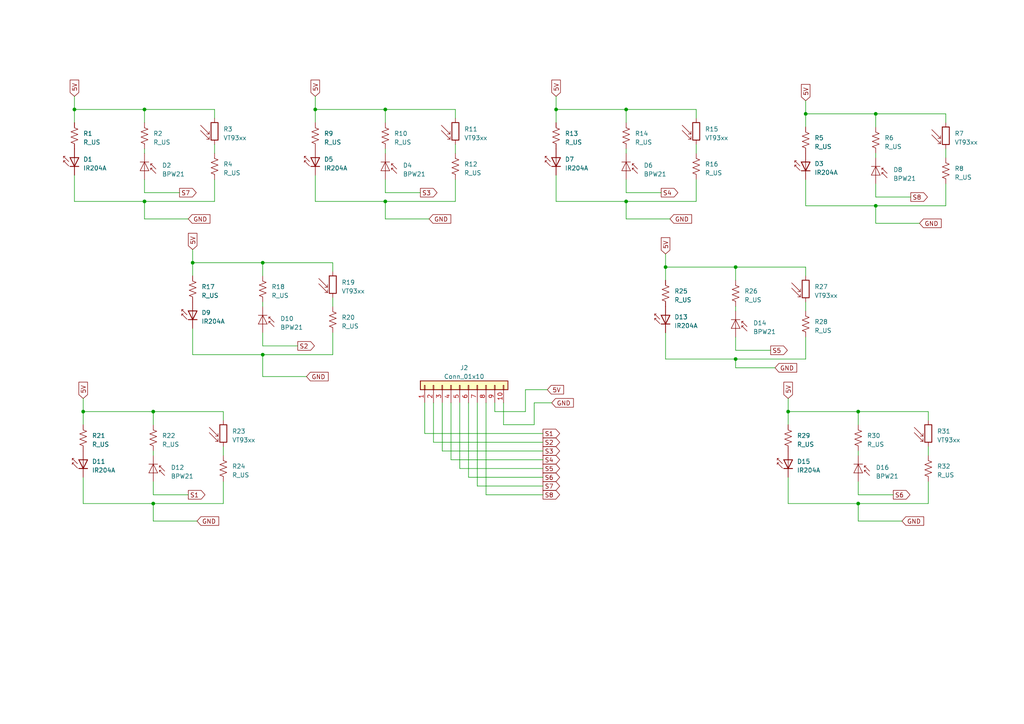
<source format=kicad_sch>
(kicad_sch (version 20230121) (generator eeschema)
  (paper "A4")
  (title_block (title "Projeto de Eletrônica"))
  (lib_symbols
    (symbol "Connector_Generic:Conn_01x10" (pin_names (offset 1.016) hide)
      (property "Reference" "J" (at 0 12.7 0))
      (property "Value" "Conn_01x10" (at 0 -15.24 0))
      (symbol "Conn_01x10_1_1"
        (rectangle (start -1.27 -12.573) (end 0 -12.827) (stroke (width 0.1524)))
        (rectangle (start -1.27 -10.033) (end 0 -10.287) (stroke (width 0.1524)))
        (rectangle (start -1.27 -7.493) (end 0 -7.747) (stroke (width 0.1524)))
        (rectangle (start -1.27 -4.953) (end 0 -5.207) (stroke (width 0.1524)))
        (rectangle (start -1.27 -2.413) (end 0 -2.667) (stroke (width 0.1524)))
        (rectangle (start -1.27 0.127) (end 0 -0.127) (stroke (width 0.1524)))
        (rectangle (start -1.27 2.667) (end 0 2.413) (stroke (width 0.1524)))
        (rectangle (start -1.27 5.207) (end 0 4.953) (stroke (width 0.1524)))
        (rectangle (start -1.27 7.747) (end 0 7.493) (stroke (width 0.1524)))
        (rectangle (start -1.27 10.287) (end 0 10.033) (stroke (width 0.1524)))
        (rectangle (start -1.27 11.43) (end 1.27 -13.97) (stroke (width 0.254)) (fill (type background)))
        (pin passive line (at -5.08 10.16 0) (length 3.81) (name "Pin_1") (number "1"))
        (pin passive line (at -5.08 -12.7 0) (length 3.81) (name "Pin_10") (number "10"))
        (pin passive line (at -5.08 7.62 0) (length 3.81) (name "Pin_2") (number "2"))
        (pin passive line (at -5.08 5.08 0) (length 3.81) (name "Pin_3") (number "3"))
        (pin passive line (at -5.08 2.54 0) (length 3.81) (name "Pin_4") (number "4"))
        (pin passive line (at -5.08 0 0) (length 3.81) (name "Pin_5") (number "5"))
        (pin passive line (at -5.08 -2.54 0) (length 3.81) (name "Pin_6") (number "6"))
        (pin passive line (at -5.08 -5.08 0) (length 3.81) (name "Pin_7") (number "7"))
        (pin passive line (at -5.08 -7.62 0) (length 3.81) (name "Pin_8") (number "8"))
        (pin passive line (at -5.08 -10.16 0) (length 3.81) (name "Pin_9") (number "9"))
      )
    )
    (symbol "Device:R_US" (pin_numbers hide) (pin_names (offset 0))
      (property "Reference" "R" (at 2.54 0 90))
      (property "Value" "R_US" (at -2.54 0 90))
      (symbol "R_US_0_1"
        (polyline (pts (xy 0 -2.286) (xy 0 -2.54)))
        (polyline (pts (xy 0 2.286) (xy 0 2.54)))
        (polyline (pts (xy 0 -0.762) (xy 1.016 -1.143) (xy 0 -1.524) (xy -1.016 -1.905) (xy 0 -2.286)))
        (polyline (pts (xy 0 0.762) (xy 1.016 0.381) (xy 0 0) (xy -1.016 -0.381) (xy 0 -0.762)))
        (polyline (pts (xy 0 2.286) (xy 1.016 1.905) (xy 0 1.524) (xy -1.016 1.143) (xy 0 0.762)))
      )
      (symbol "R_US_1_1"
        (pin passive line (at 0 3.81 270) (length 1.27) (name "~") (number "1"))
        (pin passive line (at 0 -3.81 90) (length 1.27) (name "~") (number "2"))
      )
    )
    (symbol "LED:IR204A" (pin_numbers hide) (pin_names (offset 1.016) hide)
      (property "Reference" "D" (at 0.508 1.778 0))
      (property "Value" "IR204A" (at -1.016 -2.794 0))
      (symbol "IR204A_0_1"
        (polyline (pts (xy -2.54 1.27) (xy -2.54 -1.27)) (stroke (width 0.254)))
        (polyline (pts (xy 0 0) (xy -2.54 0)))
        (polyline (pts (xy 0.381 3.175) (xy -0.127 3.175)))
        (polyline (pts (xy -1.143 1.651) (xy 0.381 3.175) (xy 0.381 2.667)))
        (polyline (pts (xy 0 1.27) (xy -2.54 0) (xy 0 -1.27) (xy 0 1.27)) (stroke (width 0.254)))
        (polyline (pts (xy -2.413 1.651) (xy -0.889 3.175) (xy -0.889 2.667) (xy -0.889 3.175) (xy -1.397 3.175)))
      )
      (symbol "IR204A_1_1"
        (pin passive line (at -5.08 0 0) (length 2.54) (name "K") (number "1"))
        (pin passive line (at 2.54 0 180) (length 2.54) (name "A") (number "2"))
      )
    )
    (symbol "Sensor_Optical:BPW21" (pin_numbers hide) (pin_names hide)
      (property "Reference" "D" (at 0.508 1.778 0))
      (property "Value" "BPW21" (at -1.016 -2.794 0))
      (symbol "BPW21_0_1"
        (polyline (pts (xy -2.54 1.27) (xy -2.54 -1.27)) (stroke (width 0.1524)))
        (polyline (pts (xy -2.032 1.778) (xy -1.524 1.778)))
        (polyline (pts (xy 0 0) (xy -2.54 0)))
        (polyline (pts (xy 0 1.27) (xy 0 -1.27)))
        (polyline (pts (xy -0.508 3.302) (xy -2.032 1.778) (xy -2.032 2.286)))
        (polyline (pts (xy 0 1.27) (xy -2.54 0) (xy 0 -1.27)))
        (polyline (pts (xy 0.762 3.302) (xy -0.762 1.778) (xy -0.762 2.286) (xy -0.762 1.778) (xy -0.254 1.778)))
      )
      (symbol "BPW21_1_1"
        (pin passive line (at 2.54 0 180) (length 2.54) (name "A") (number "1"))
        (pin passive line (at -5.08 0 0) (length 2.54) (name "K") (number "2"))
      )
    )
    (symbol "Sensor_Optical:VT93xx" (pin_numbers hide) (pin_names (offset 0))
      (property "Reference" "R" (at -5.08 0 90))
      (property "Value" "VT93xx" (at 1.905 0 90))
      (symbol "VT93xx_0_1"
        (rectangle (start -1.016 2.54) (end 1.016 -2.54) (stroke (width 0.254)))
        (polyline (pts (xy -1.524 -2.286) (xy -4.064 0.254)))
        (polyline (pts (xy -1.524 -2.286) (xy -2.286 -2.286)))
        (polyline (pts (xy -1.524 -2.286) (xy -1.524 -1.524)))
        (polyline (pts (xy -1.524 -0.762) (xy -4.064 1.778)))
        (polyline (pts (xy -1.524 -0.762) (xy -2.286 -0.762)))
        (polyline (pts (xy -1.524 -0.762) (xy -1.524 0)))
      )
      (symbol "VT93xx_1_1"
        (pin passive line (at 0 3.81 270) (length 1.27) (name "~") (number "1"))
        (pin passive line (at 0 -3.81 90) (length 1.27) (name "~") (number "2"))
      )
    )
  )
  (junction (at 44.45 119.38))
  (junction (at 181.61 31.75))
  (junction (at 254 59.69))
  (junction (at 213.36 77.47))
  (junction (at 254 33.02))
  (junction (at 213.36 104.14))
  (junction (at 233.68 33.02))
  (junction (at 44.45 146.05))
  (junction (at 228.6 119.38))
  (junction (at 21.59 31.75))
  (junction (at 248.92 119.38))
  (junction (at 248.92 146.05))
  (junction (at 41.91 58.42))
  (junction (at 76.2 102.87))
  (junction (at 55.88 76.2))
  (junction (at 181.61 58.42))
  (junction (at 76.2 76.2))
  (junction (at 161.29 31.75))
  (junction (at 111.76 58.42))
  (junction (at 24.13 119.38))
  (junction (at 193.04 77.47))
  (junction (at 111.76 31.75))
  (junction (at 41.91 31.75))
  (junction (at 91.44 31.75))
  (wire (pts (xy 41.91 43.18) (xy 41.91 44.45)))
  (wire (pts (xy 21.59 50.8) (xy 21.59 58.42)))
  (wire (pts (xy 44.45 146.05) (xy 44.45 151.13)))
  (wire (pts (xy 181.61 31.75) (xy 201.93 31.75)))
  (wire (pts (xy 111.76 55.88) (xy 121.92 55.88)))
  (wire (pts (xy 154.94 123.19) (xy 154.94 116.84)))
  (wire (pts (xy 254 33.02) (xy 254 36.83)))
  (wire (pts (xy 24.13 115.57) (xy 24.13 119.38)))
  (wire (pts (xy 62.23 52.07) (xy 62.23 58.42)))
  (wire (pts (xy 269.24 119.38) (xy 269.24 121.92)))
  (wire (pts (xy 181.61 58.42) (xy 181.61 63.5)))
  (wire (pts (xy 213.36 77.47) (xy 233.68 77.47)))
  (wire (pts (xy 128.27 130.81) (xy 157.48 130.81)))
  (wire (pts (xy 193.04 96.52) (xy 193.04 104.14)))
  (wire (pts (xy 181.61 58.42) (xy 201.93 58.42)))
  (wire (pts (xy 274.32 33.02) (xy 274.32 35.56)))
  (wire (pts (xy 41.91 31.75) (xy 62.23 31.75)))
  (wire (pts (xy 41.91 58.42) (xy 41.91 63.5)))
  (wire (pts (xy 233.68 33.02) (xy 254 33.02)))
  (wire (pts (xy 146.05 123.19) (xy 146.05 116.84)))
  (wire (pts (xy 135.89 138.43) (xy 135.89 116.84)))
  (wire (pts (xy 193.04 77.47) (xy 193.04 81.28)))
  (wire (pts (xy 55.88 80.01) (xy 55.88 76.2)))
  (wire (pts (xy 76.2 76.2) (xy 96.52 76.2)))
  (wire (pts (xy 21.59 58.42) (xy 41.91 58.42)))
  (wire (pts (xy 132.08 31.75) (xy 132.08 34.29)))
  (wire (pts (xy 41.91 58.42) (xy 62.23 58.42)))
  (wire (pts (xy 44.45 130.81) (xy 44.45 132.08)))
  (wire (pts (xy 64.77 139.7) (xy 64.77 146.05)))
  (wire (pts (xy 55.88 76.2) (xy 76.2 76.2)))
  (wire (pts (xy 124.46 63.5) (xy 111.76 63.5)))
  (wire (pts (xy 96.52 96.52) (xy 96.52 102.87)))
  (wire (pts (xy 254 57.15) (xy 264.16 57.15)))
  (wire (pts (xy 161.29 35.56) (xy 161.29 31.75)))
  (wire (pts (xy 181.61 31.75) (xy 181.61 35.56)))
  (wire (pts (xy 64.77 129.54) (xy 64.77 132.08)))
  (wire (pts (xy 254 59.69) (xy 274.32 59.69)))
  (wire (pts (xy 201.93 31.75) (xy 201.93 34.29)))
  (wire (pts (xy 161.29 50.8) (xy 161.29 58.42)))
  (wire (pts (xy 76.2 76.2) (xy 76.2 80.01)))
  (wire (pts (xy 228.6 119.38) (xy 248.92 119.38)))
  (wire (pts (xy 96.52 76.2) (xy 96.52 78.74)))
  (wire (pts (xy 21.59 27.94) (xy 21.59 31.75)))
  (wire (pts (xy 181.61 52.07) (xy 181.61 55.88)))
  (wire (pts (xy 140.97 143.51) (xy 140.97 116.84)))
  (wire (pts (xy 213.36 104.14) (xy 213.36 106.68)))
  (wire (pts (xy 76.2 87.63) (xy 76.2 88.9)))
  (wire (pts (xy 228.6 115.57) (xy 228.6 119.38)))
  (wire (pts (xy 228.6 119.38) (xy 228.6 123.19)))
  (wire (pts (xy 194.31 63.5) (xy 181.61 63.5)))
  (wire (pts (xy 138.43 140.97) (xy 157.48 140.97)))
  (wire (pts (xy 133.35 135.89) (xy 133.35 116.84)))
  (wire (pts (xy 254 44.45) (xy 254 45.72)))
  (wire (pts (xy 213.36 101.6) (xy 213.36 97.79)))
  (wire (pts (xy 154.94 123.19) (xy 146.05 123.19)))
  (wire (pts (xy 181.61 55.88) (xy 191.77 55.88)))
  (wire (pts (xy 213.36 88.9) (xy 213.36 90.17)))
  (wire (pts (xy 125.73 116.84) (xy 125.73 128.27)))
  (wire (pts (xy 111.76 55.88) (xy 111.76 52.07)))
  (wire (pts (xy 54.61 63.5) (xy 41.91 63.5)))
  (wire (pts (xy 76.2 96.52) (xy 76.2 100.33)))
  (wire (pts (xy 152.4 113.03) (xy 152.4 119.38)))
  (wire (pts (xy 213.36 101.6) (xy 223.52 101.6)))
  (wire (pts (xy 76.2 102.87) (xy 96.52 102.87)))
  (wire (pts (xy 24.13 138.43) (xy 24.13 146.05)))
  (wire (pts (xy 201.93 41.91) (xy 201.93 44.45)))
  (wire (pts (xy 135.89 138.43) (xy 157.48 138.43)))
  (wire (pts (xy 111.76 31.75) (xy 111.76 35.56)))
  (wire (pts (xy 132.08 41.91) (xy 132.08 44.45)))
  (wire (pts (xy 233.68 59.69) (xy 254 59.69)))
  (wire (pts (xy 152.4 119.38) (xy 143.51 119.38)))
  (wire (pts (xy 91.44 27.94) (xy 91.44 31.75)))
  (wire (pts (xy 111.76 43.18) (xy 111.76 44.45)))
  (wire (pts (xy 21.59 35.56) (xy 21.59 31.75)))
  (wire (pts (xy 111.76 58.42) (xy 111.76 63.5)))
  (wire (pts (xy 130.81 133.35) (xy 130.81 116.84)))
  (wire (pts (xy 111.76 58.42) (xy 132.08 58.42)))
  (wire (pts (xy 24.13 123.19) (xy 24.13 119.38)))
  (wire (pts (xy 91.44 35.56) (xy 91.44 31.75)))
  (wire (pts (xy 228.6 146.05) (xy 248.92 146.05)))
  (wire (pts (xy 248.92 146.05) (xy 248.92 151.13)))
  (wire (pts (xy 193.04 77.47) (xy 213.36 77.47)))
  (wire (pts (xy 248.92 146.05) (xy 269.24 146.05)))
  (wire (pts (xy 233.68 77.47) (xy 233.68 80.01)))
  (wire (pts (xy 248.92 119.38) (xy 248.92 123.19)))
  (wire (pts (xy 213.36 104.14) (xy 233.68 104.14)))
  (wire (pts (xy 269.24 139.7) (xy 269.24 146.05)))
  (wire (pts (xy 152.4 113.03) (xy 158.75 113.03)))
  (wire (pts (xy 41.91 55.88) (xy 41.91 52.07)))
  (wire (pts (xy 254 64.77) (xy 266.7 64.77)))
  (wire (pts (xy 254 57.15) (xy 254 53.34)))
  (wire (pts (xy 64.77 119.38) (xy 64.77 121.92)))
  (wire (pts (xy 24.13 119.38) (xy 44.45 119.38)))
  (wire (pts (xy 44.45 119.38) (xy 64.77 119.38)))
  (wire (pts (xy 44.45 146.05) (xy 64.77 146.05)))
  (wire (pts (xy 123.19 125.73) (xy 123.19 116.84)))
  (wire (pts (xy 91.44 50.8) (xy 91.44 58.42)))
  (wire (pts (xy 143.51 119.38) (xy 143.51 116.84)))
  (wire (pts (xy 161.29 31.75) (xy 181.61 31.75)))
  (wire (pts (xy 161.29 27.94) (xy 161.29 31.75)))
  (wire (pts (xy 111.76 31.75) (xy 132.08 31.75)))
  (wire (pts (xy 248.92 143.51) (xy 248.92 139.7)))
  (wire (pts (xy 233.68 87.63) (xy 233.68 90.17)))
  (wire (pts (xy 248.92 130.81) (xy 248.92 132.08)))
  (wire (pts (xy 133.35 135.89) (xy 157.48 135.89)))
  (wire (pts (xy 41.91 55.88) (xy 52.07 55.88)))
  (wire (pts (xy 233.68 29.21) (xy 233.68 33.02)))
  (wire (pts (xy 57.15 151.13) (xy 44.45 151.13)))
  (wire (pts (xy 24.13 146.05) (xy 44.45 146.05)))
  (wire (pts (xy 233.68 52.07) (xy 233.68 59.69)))
  (wire (pts (xy 248.92 143.51) (xy 259.08 143.51)))
  (wire (pts (xy 130.81 133.35) (xy 157.48 133.35)))
  (wire (pts (xy 62.23 41.91) (xy 62.23 44.45)))
  (wire (pts (xy 274.32 43.18) (xy 274.32 45.72)))
  (wire (pts (xy 128.27 130.81) (xy 128.27 116.84)))
  (wire (pts (xy 161.29 58.42) (xy 181.61 58.42)))
  (wire (pts (xy 21.59 31.75) (xy 41.91 31.75)))
  (wire (pts (xy 44.45 119.38) (xy 44.45 123.19)))
  (wire (pts (xy 274.32 53.34) (xy 274.32 59.69)))
  (wire (pts (xy 76.2 109.22) (xy 76.2 102.87)))
  (wire (pts (xy 91.44 58.42) (xy 111.76 58.42)))
  (wire (pts (xy 91.44 31.75) (xy 111.76 31.75)))
  (wire (pts (xy 123.19 125.73) (xy 157.48 125.73)))
  (wire (pts (xy 76.2 100.33) (xy 86.36 100.33)))
  (wire (pts (xy 193.04 104.14) (xy 213.36 104.14)))
  (wire (pts (xy 201.93 52.07) (xy 201.93 58.42)))
  (wire (pts (xy 132.08 52.07) (xy 132.08 58.42)))
  (wire (pts (xy 181.61 43.18) (xy 181.61 44.45)))
  (wire (pts (xy 228.6 138.43) (xy 228.6 146.05)))
  (wire (pts (xy 55.88 102.87) (xy 76.2 102.87)))
  (wire (pts (xy 269.24 129.54) (xy 269.24 132.08)))
  (wire (pts (xy 44.45 139.7) (xy 44.45 143.51)))
  (wire (pts (xy 213.36 77.47) (xy 213.36 81.28)))
  (wire (pts (xy 41.91 31.75) (xy 41.91 35.56)))
  (wire (pts (xy 224.79 106.68) (xy 213.36 106.68)))
  (wire (pts (xy 193.04 73.66) (xy 193.04 77.47)))
  (wire (pts (xy 233.68 36.83) (xy 233.68 33.02)))
  (wire (pts (xy 248.92 151.13) (xy 261.62 151.13)))
  (wire (pts (xy 88.9 109.22) (xy 76.2 109.22)))
  (wire (pts (xy 44.45 143.51) (xy 54.61 143.51)))
  (wire (pts (xy 248.92 119.38) (xy 269.24 119.38)))
  (wire (pts (xy 254 33.02) (xy 274.32 33.02)))
  (wire (pts (xy 96.52 86.36) (xy 96.52 88.9)))
  (wire (pts (xy 254 59.69) (xy 254 64.77)))
  (wire (pts (xy 233.68 97.79) (xy 233.68 104.14)))
  (wire (pts (xy 125.73 128.27) (xy 157.48 128.27)))
  (wire (pts (xy 154.94 116.84) (xy 160.02 116.84)))
  (wire (pts (xy 140.97 143.51) (xy 157.48 143.51)))
  (wire (pts (xy 62.23 31.75) (xy 62.23 34.29)))
  (wire (pts (xy 55.88 72.39) (xy 55.88 76.2)))
  (wire (pts (xy 138.43 140.97) (xy 138.43 116.84)))
  (wire (pts (xy 55.88 95.25) (xy 55.88 102.87)))
  (global_label "S3" (shape output) (at 121.92 55.88 0) (property "Intersheetrefs" "${INTERSHEET_REFS}" (effects hide)))
  (global_label "5V" (shape input) (at 161.29 27.94 90) (property "Intersheetrefs" "${INTERSHEET_REFS}" (effects hide)))
  (global_label "5V" (shape input) (at 21.59 27.94 90) (property "Intersheetrefs" "${INTERSHEET_REFS}" (effects hide)))
  (global_label "S5" (shape output) (at 223.52 101.6 0) (property "Intersheetrefs" "${INTERSHEET_REFS}" (effects hide)))
  (global_label "S8" (shape output) (at 157.48 143.51 0) (property "Intersheetrefs" "${INTERSHEET_REFS}" (effects hide)))
  (global_label "GND" (shape input) (at 261.62 151.13 0) (property "Intersheetrefs" "${INTERSHEET_REFS}" (effects hide)))
  (global_label "5V" (shape input) (at 193.04 73.66 90) (property "Intersheetrefs" "${INTERSHEET_REFS}" (effects hide)))
  (global_label "S4" (shape output) (at 157.48 133.35 0) (property "Intersheetrefs" "${INTERSHEET_REFS}" (effects hide)))
  (global_label "GND" (shape input) (at 88.9 109.22 0) (property "Intersheetrefs" "${INTERSHEET_REFS}" (effects hide)))
  (global_label "S2" (shape output) (at 157.48 128.27 0) (property "Intersheetrefs" "${INTERSHEET_REFS}" (effects hide)))
  (global_label "GND" (shape input) (at 194.31 63.5 0) (property "Intersheetrefs" "${INTERSHEET_REFS}" (effects hide)))
  (global_label "5V" (shape input) (at 158.75 113.03 0) (property "Intersheetrefs" "${INTERSHEET_REFS}" (effects hide)))
  (global_label "GND" (shape input) (at 266.7 64.77 0) (property "Intersheetrefs" "${INTERSHEET_REFS}" (effects hide)))
  (global_label "GND" (shape input) (at 124.46 63.5 0) (property "Intersheetrefs" "${INTERSHEET_REFS}" (effects hide)))
  (global_label "GND" (shape input) (at 224.79 106.68 0) (property "Intersheetrefs" "${INTERSHEET_REFS}" (effects hide)))
  (global_label "5V" (shape input) (at 91.44 27.94 90) (property "Intersheetrefs" "${INTERSHEET_REFS}" (effects hide)))
  (global_label "S1" (shape output) (at 54.61 143.51 0) (property "Intersheetrefs" "${INTERSHEET_REFS}" (effects hide)))
  (global_label "GND" (shape input) (at 57.15 151.13 0) (property "Intersheetrefs" "${INTERSHEET_REFS}" (effects hide)))
  (global_label "S6" (shape output) (at 259.08 143.51 0) (property "Intersheetrefs" "${INTERSHEET_REFS}" (effects hide)))
  (global_label "S3" (shape output) (at 157.48 130.81 0) (property "Intersheetrefs" "${INTERSHEET_REFS}" (effects hide)))
  (global_label "S2" (shape output) (at 86.36 100.33 0) (property "Intersheetrefs" "${INTERSHEET_REFS}" (effects hide)))
  (global_label "S1" (shape output) (at 157.48 125.73 0) (property "Intersheetrefs" "${INTERSHEET_REFS}" (effects hide)))
  (global_label "5V" (shape input) (at 55.88 72.39 90) (property "Intersheetrefs" "${INTERSHEET_REFS}" (effects hide)))
  (global_label "5V" (shape input) (at 24.13 115.57 90) (property "Intersheetrefs" "${INTERSHEET_REFS}" (effects hide)))
  (global_label "5V" (shape input) (at 228.6 115.57 90) (property "Intersheetrefs" "${INTERSHEET_REFS}" (effects hide)))
  (global_label "S5" (shape output) (at 157.48 135.89 0) (property "Intersheetrefs" "${INTERSHEET_REFS}" (effects hide)))
  (global_label "GND" (shape input) (at 160.02 116.84 0) (property "Intersheetrefs" "${INTERSHEET_REFS}" (effects hide)))
  (global_label "GND" (shape input) (at 54.61 63.5 0) (property "Intersheetrefs" "${INTERSHEET_REFS}" (effects hide)))
  (global_label "S4" (shape output) (at 191.77 55.88 0) (property "Intersheetrefs" "${INTERSHEET_REFS}" (effects hide)))
  (global_label "S7" (shape output) (at 157.48 140.97 0) (property "Intersheetrefs" "${INTERSHEET_REFS}" (effects hide)))
  (global_label "5V" (shape input) (at 233.68 29.21 90) (property "Intersheetrefs" "${INTERSHEET_REFS}" (effects hide)))
  (global_label "S8" (shape output) (at 264.16 57.15 0) (property "Intersheetrefs" "${INTERSHEET_REFS}" (effects hide)))
  (global_label "S6" (shape output) (at 157.48 138.43 0) (property "Intersheetrefs" "${INTERSHEET_REFS}" (effects hide)))
  (global_label "S7" (shape output) (at 52.07 55.88 0) (property "Intersheetrefs" "${INTERSHEET_REFS}" (effects hide)))
  (symbol (lib_id "Sensor_Optical:VT93xx") (at 233.68 83.82 0) (unit 1)
    (property "Reference" "R27" (at 236.22 83.185 0) (effects (justify left)))
    (property "Value" "VT93xx" (at 236.22 85.725 0) (effects (justify left)))
    (property "Footprint" "OptoDevice:R_LDR_4.9x4.2mm_P2.54mm_Vertical" (effects hide))
    (property "Datasheet" "http://www.produktinfo.conrad.com/datenblaetter/125000-149999/140375-da-01-en-FOTOWIDERSTAND__VT_93_N2__THT_.pdf" (effects hide))
  )
  (symbol (lib_id "LED:IR204A") (at 55.88 90.17 90) (unit 1)
    (property "Reference" "D9" (at 58.42 90.678 90) (effects (justify right)))
    (property "Value" "IR204A" (at 58.42 93.218 90) (effects (justify right)))
    (property "Footprint" "LED_THT:LED_D3.0mm_IRBlack" (effects hide))
    (property "Datasheet" "http://www.everlight.com/file/ProductFile/IR204-A.pdf" (effects hide))
  )
  (symbol (lib_id "Device:R_US") (at 111.76 39.37 0) (unit 1)
    (property "Reference" "R10" (at 114.3 38.735 0) (effects (justify left)))
    (property "Value" "R_US" (at 114.3 41.275 0) (effects (justify left)))
    (property "Footprint" "Resistor_THT:R_Axial_DIN0411_L9.9mm_D3.6mm_P15.24mm_Horizontal" (effects hide))
  )
  (symbol (lib_id "Device:R_US") (at 64.77 135.89 0) (unit 1)
    (property "Reference" "R24" (at 67.31 135.255 0) (effects (justify left)))
    (property "Value" "R_US" (at 67.31 137.795 0) (effects (justify left)))
    (property "Footprint" "Resistor_THT:R_Axial_DIN0411_L9.9mm_D3.6mm_P15.24mm_Horizontal" (effects hide))
  )
  (symbol (lib_id "Sensor_Optical:VT93xx") (at 274.32 39.37 0) (unit 1)
    (property "Reference" "R7" (at 276.86 38.735 0) (effects (justify left)))
    (property "Value" "VT93xx" (at 276.86 41.275 0) (effects (justify left)))
    (property "Footprint" "OptoDevice:R_LDR_4.9x4.2mm_P2.54mm_Vertical" (effects hide))
    (property "Datasheet" "http://www.produktinfo.conrad.com/datenblaetter/125000-149999/140375-da-01-en-FOTOWIDERSTAND__VT_93_N2__THT_.pdf" (effects hide))
  )
  (symbol (lib_id "Sensor_Optical:BPW21") (at 76.2 93.98 270) (unit 1)
    (property "Reference" "D10" (at 81.28 92.4179 90) (effects (justify left)))
    (property "Value" "BPW21" (at 81.28 94.9579 90) (effects (justify left)))
    (property "Footprint" "LED_THT:LED_D3.0mm_IRBlack" (effects hide))
    (property "Datasheet" "http://techwww.in.tu-clausthal.de/site/Dokumentation/Dioden/Fotodioden/BPW21-Fotodiode.pdf" (effects hide))
  )
  (symbol (lib_id "Sensor_Optical:VT93xx") (at 64.77 125.73 0) (unit 1)
    (property "Reference" "R23" (at 67.31 125.095 0) (effects (justify left)))
    (property "Value" "VT93xx" (at 67.31 127.635 0) (effects (justify left)))
    (property "Footprint" "OptoDevice:R_LDR_4.9x4.2mm_P2.54mm_Vertical" (effects hide))
    (property "Datasheet" "http://www.produktinfo.conrad.com/datenblaetter/125000-149999/140375-da-01-en-FOTOWIDERSTAND__VT_93_N2__THT_.pdf" (effects hide))
  )
  (symbol (lib_id "Sensor_Optical:VT93xx") (at 201.93 38.1 0) (unit 1)
    (property "Reference" "R15" (at 204.47 37.465 0) (effects (justify left)))
    (property "Value" "VT93xx" (at 204.47 40.005 0) (effects (justify left)))
    (property "Footprint" "OptoDevice:R_LDR_4.9x4.2mm_P2.54mm_Vertical" (effects hide))
    (property "Datasheet" "http://www.produktinfo.conrad.com/datenblaetter/125000-149999/140375-da-01-en-FOTOWIDERSTAND__VT_93_N2__THT_.pdf" (effects hide))
  )
  (symbol (lib_id "Sensor_Optical:BPW21") (at 181.61 49.53 270) (unit 1)
    (property "Reference" "D6" (at 186.69 47.9679 90) (effects (justify left)))
    (property "Value" "BPW21" (at 186.69 50.5079 90) (effects (justify left)))
    (property "Footprint" "LED_THT:LED_D3.0mm_IRBlack" (effects hide))
    (property "Datasheet" "http://techwww.in.tu-clausthal.de/site/Dokumentation/Dioden/Fotodioden/BPW21-Fotodiode.pdf" (effects hide))
  )
  (symbol (lib_id "LED:IR204A") (at 161.29 45.72 90) (unit 1)
    (property "Reference" "D7" (at 163.83 46.228 90) (effects (justify right)))
    (property "Value" "IR204A" (at 163.83 48.768 90) (effects (justify right)))
    (property "Footprint" "LED_THT:LED_D3.0mm_IRBlack" (effects hide))
    (property "Datasheet" "http://www.everlight.com/file/ProductFile/IR204-A.pdf" (effects hide))
  )
  (symbol (lib_id "Sensor_Optical:BPW21") (at 111.76 49.53 270) (unit 1)
    (property "Reference" "D4" (at 116.84 47.9679 90) (effects (justify left)))
    (property "Value" "BPW21" (at 116.84 50.5079 90) (effects (justify left)))
    (property "Footprint" "LED_THT:LED_D3.0mm_IRBlack" (effects hide))
    (property "Datasheet" "http://techwww.in.tu-clausthal.de/site/Dokumentation/Dioden/Fotodioden/BPW21-Fotodiode.pdf" (effects hide))
  )
  (symbol (lib_id "Device:R_US") (at 181.61 39.37 0) (unit 1)
    (property "Reference" "R14" (at 184.15 38.735 0) (effects (justify left)))
    (property "Value" "R_US" (at 184.15 41.275 0) (effects (justify left)))
    (property "Footprint" "Resistor_THT:R_Axial_DIN0411_L9.9mm_D3.6mm_P15.24mm_Horizontal" (effects hide))
  )
  (symbol (lib_id "Device:R_US") (at 213.36 85.09 0) (unit 1)
    (property "Reference" "R26" (at 215.9 84.455 0) (effects (justify left)))
    (property "Value" "R_US" (at 215.9 86.995 0) (effects (justify left)))
    (property "Footprint" "Resistor_THT:R_Axial_DIN0411_L9.9mm_D3.6mm_P15.24mm_Horizontal" (effects hide))
  )
  (symbol (lib_id "Device:R_US") (at 233.68 93.98 0) (unit 1)
    (property "Reference" "R28" (at 236.22 93.345 0) (effects (justify left)))
    (property "Value" "R_US" (at 236.22 95.885 0) (effects (justify left)))
    (property "Footprint" "Resistor_THT:R_Axial_DIN0411_L9.9mm_D3.6mm_P15.24mm_Horizontal" (effects hide))
  )
  (symbol (lib_id "Sensor_Optical:VT93xx") (at 96.52 82.55 0) (unit 1)
    (property "Reference" "R19" (at 99.06 81.915 0) (effects (justify left)))
    (property "Value" "VT93xx" (at 99.06 84.455 0) (effects (justify left)))
    (property "Footprint" "OptoDevice:R_LDR_4.9x4.2mm_P2.54mm_Vertical" (effects hide))
    (property "Datasheet" "http://www.produktinfo.conrad.com/datenblaetter/125000-149999/140375-da-01-en-FOTOWIDERSTAND__VT_93_N2__THT_.pdf" (effects hide))
  )
  (symbol (lib_id "Device:R_US") (at 161.29 39.37 0) (unit 1)
    (property "Reference" "R13" (at 163.83 38.735 0) (effects (justify left)))
    (property "Value" "R_US" (at 163.83 41.275 0) (effects (justify left)))
    (property "Footprint" "Resistor_THT:R_Axial_DIN0411_L9.9mm_D3.6mm_P15.24mm_Horizontal" (effects hide))
  )
  (symbol (lib_id "Device:R_US") (at 91.44 39.37 0) (unit 1)
    (property "Reference" "R9" (at 93.98 38.735 0) (effects (justify left)))
    (property "Value" "R_US" (at 93.98 41.275 0) (effects (justify left)))
    (property "Footprint" "Resistor_THT:R_Axial_DIN0411_L9.9mm_D3.6mm_P15.24mm_Horizontal" (effects hide))
  )
  (symbol (lib_id "Device:R_US") (at 24.13 127 0) (unit 1)
    (property "Reference" "R21" (at 26.67 126.365 0) (effects (justify left)))
    (property "Value" "R_US" (at 26.67 128.905 0) (effects (justify left)))
    (property "Footprint" "Resistor_THT:R_Axial_DIN0411_L9.9mm_D3.6mm_P15.24mm_Horizontal" (effects hide))
  )
  (symbol (lib_id "Device:R_US") (at 76.2 83.82 0) (unit 1)
    (property "Reference" "R18" (at 78.74 83.185 0) (effects (justify left)))
    (property "Value" "R_US" (at 78.74 85.725 0) (effects (justify left)))
    (property "Footprint" "Resistor_THT:R_Axial_DIN0411_L9.9mm_D3.6mm_P15.24mm_Horizontal" (effects hide))
  )
  (symbol (lib_id "Sensor_Optical:VT93xx") (at 269.24 125.73 0) (unit 1)
    (property "Reference" "R31" (at 271.78 125.095 0) (effects (justify left)))
    (property "Value" "VT93xx" (at 271.78 127.635 0) (effects (justify left)))
    (property "Footprint" "OptoDevice:R_LDR_4.9x4.2mm_P2.54mm_Vertical" (effects hide))
    (property "Datasheet" "http://www.produktinfo.conrad.com/datenblaetter/125000-149999/140375-da-01-en-FOTOWIDERSTAND__VT_93_N2__THT_.pdf" (effects hide))
  )
  (symbol (lib_id "Device:R_US") (at 269.24 135.89 0) (unit 1)
    (property "Reference" "R32" (at 271.78 135.255 0) (effects (justify left)))
    (property "Value" "R_US" (at 271.78 137.795 0) (effects (justify left)))
    (property "Footprint" "Resistor_THT:R_Axial_DIN0411_L9.9mm_D3.6mm_P15.24mm_Horizontal" (effects hide))
  )
  (symbol (lib_id "Device:R_US") (at 228.6 127 0) (unit 1)
    (property "Reference" "R29" (at 231.14 126.365 0) (effects (justify left)))
    (property "Value" "R_US" (at 231.14 128.905 0) (effects (justify left)))
    (property "Footprint" "Resistor_THT:R_Axial_DIN0411_L9.9mm_D3.6mm_P15.24mm_Horizontal" (effects hide))
  )
  (symbol (lib_id "LED:IR204A") (at 91.44 45.72 90) (unit 1)
    (property "Reference" "D5" (at 93.98 46.228 90) (effects (justify right)))
    (property "Value" "IR204A" (at 93.98 48.768 90) (effects (justify right)))
    (property "Footprint" "LED_THT:LED_D3.0mm_IRBlack" (effects hide))
    (property "Datasheet" "http://www.everlight.com/file/ProductFile/IR204-A.pdf" (effects hide))
  )
  (symbol (lib_id "Sensor_Optical:BPW21") (at 254 50.8 270) (unit 1)
    (property "Reference" "D8" (at 259.08 49.2379 90) (effects (justify left)))
    (property "Value" "BPW21" (at 259.08 51.7779 90) (effects (justify left)))
    (property "Footprint" "LED_THT:LED_D3.0mm_IRBlack" (effects hide))
    (property "Datasheet" "http://techwww.in.tu-clausthal.de/site/Dokumentation/Dioden/Fotodioden/BPW21-Fotodiode.pdf" (effects hide))
  )
  (symbol (lib_id "Device:R_US") (at 254 40.64 0) (unit 1)
    (property "Reference" "R6" (at 256.54 40.005 0) (effects (justify left)))
    (property "Value" "R_US" (at 256.54 42.545 0) (effects (justify left)))
    (property "Footprint" "Resistor_THT:R_Axial_DIN0411_L9.9mm_D3.6mm_P15.24mm_Horizontal" (effects hide))
  )
  (symbol (lib_id "Sensor_Optical:VT93xx") (at 132.08 38.1 0) (unit 1)
    (property "Reference" "R11" (at 134.62 37.465 0) (effects (justify left)))
    (property "Value" "VT93xx" (at 134.62 40.005 0) (effects (justify left)))
    (property "Footprint" "OptoDevice:R_LDR_4.9x4.2mm_P2.54mm_Vertical" (effects hide))
    (property "Datasheet" "http://www.produktinfo.conrad.com/datenblaetter/125000-149999/140375-da-01-en-FOTOWIDERSTAND__VT_93_N2__THT_.pdf" (effects hide))
  )
  (symbol (lib_id "Sensor_Optical:BPW21") (at 213.36 95.25 270) (unit 1)
    (property "Reference" "D14" (at 218.44 93.6879 90) (effects (justify left)))
    (property "Value" "BPW21" (at 218.44 96.2279 90) (effects (justify left)))
    (property "Footprint" "LED_THT:LED_D3.0mm_IRBlack" (effects hide))
    (property "Datasheet" "http://techwww.in.tu-clausthal.de/site/Dokumentation/Dioden/Fotodioden/BPW21-Fotodiode.pdf" (effects hide))
  )
  (symbol (lib_id "LED:IR204A") (at 21.59 45.72 90) (unit 1)
    (property "Reference" "D1" (at 24.13 46.228 90) (effects (justify right)))
    (property "Value" "IR204A" (at 24.13 48.768 90) (effects (justify right)))
    (property "Footprint" "LED_THT:LED_D3.0mm_IRBlack" (effects hide))
    (property "Datasheet" "http://www.everlight.com/file/ProductFile/IR204-A.pdf" (effects hide))
  )
  (symbol (lib_id "LED:IR204A") (at 233.68 46.99 90) (unit 1)
    (property "Reference" "D3" (at 236.22 47.498 90) (effects (justify right)))
    (property "Value" "IR204A" (at 236.22 50.038 90) (effects (justify right)))
    (property "Footprint" "LED_THT:LED_D3.0mm_IRBlack" (effects hide))
    (property "Datasheet" "http://www.everlight.com/file/ProductFile/IR204-A.pdf" (effects hide))
  )
  (symbol (lib_id "Device:R_US") (at 248.92 127 0) (unit 1)
    (property "Reference" "R30" (at 251.46 126.365 0) (effects (justify left)))
    (property "Value" "R_US" (at 251.46 128.905 0) (effects (justify left)))
    (property "Footprint" "Resistor_THT:R_Axial_DIN0411_L9.9mm_D3.6mm_P15.24mm_Horizontal" (effects hide))
  )
  (symbol (lib_id "Device:R_US") (at 55.88 83.82 0) (unit 1)
    (property "Reference" "R17" (at 58.42 83.185 0) (effects (justify left)))
    (property "Value" "R_US" (at 58.42 85.725 0) (effects (justify left)))
    (property "Footprint" "Resistor_THT:R_Axial_DIN0411_L9.9mm_D3.6mm_P15.24mm_Horizontal" (effects hide))
  )
  (symbol (lib_id "LED:IR204A") (at 193.04 91.44 90) (unit 1)
    (property "Reference" "D13" (at 195.58 91.948 90) (effects (justify right)))
    (property "Value" "IR204A" (at 195.58 94.488 90) (effects (justify right)))
    (property "Footprint" "LED_THT:LED_D3.0mm_IRBlack" (effects hide))
    (property "Datasheet" "http://www.everlight.com/file/ProductFile/IR204-A.pdf" (effects hide))
  )
  (symbol (lib_id "Sensor_Optical:BPW21") (at 248.92 137.16 270) (unit 1)
    (property "Reference" "D16" (at 254 135.5979 90) (effects (justify left)))
    (property "Value" "BPW21" (at 254 138.1379 90) (effects (justify left)))
    (property "Footprint" "LED_THT:LED_D3.0mm_IRBlack" (effects hide))
    (property "Datasheet" "http://techwww.in.tu-clausthal.de/site/Dokumentation/Dioden/Fotodioden/BPW21-Fotodiode.pdf" (effects hide))
  )
  (symbol (lib_id "Device:R_US") (at 62.23 48.26 0) (unit 1)
    (property "Reference" "R4" (at 64.77 47.625 0) (effects (justify left)))
    (property "Value" "R_US" (at 64.77 50.165 0) (effects (justify left)))
    (property "Footprint" "Resistor_THT:R_Axial_DIN0411_L9.9mm_D3.6mm_P15.24mm_Horizontal" (effects hide))
  )
  (symbol (lib_id "Device:R_US") (at 193.04 85.09 0) (unit 1)
    (property "Reference" "R25" (at 195.58 84.455 0) (effects (justify left)))
    (property "Value" "R_US" (at 195.58 86.995 0) (effects (justify left)))
    (property "Footprint" "Resistor_THT:R_Axial_DIN0411_L9.9mm_D3.6mm_P15.24mm_Horizontal" (effects hide))
  )
  (symbol (lib_id "Connector_Generic:Conn_01x10") (at 133.35 111.76 90) (unit 1)
    (property "Reference" "J2" (at 134.62 106.68 90))
    (property "Value" "Conn_01x10" (at 134.62 109.22 90))
    (property "Footprint" "Connector_PinHeader_2.54mm:PinHeader_1x10_P2.54mm_Horizontal" (effects hide))
  )
  (symbol (lib_id "Device:R_US") (at 132.08 48.26 0) (unit 1)
    (property "Reference" "R12" (at 134.62 47.625 0) (effects (justify left)))
    (property "Value" "R_US" (at 134.62 50.165 0) (effects (justify left)))
    (property "Footprint" "Resistor_THT:R_Axial_DIN0411_L9.9mm_D3.6mm_P15.24mm_Horizontal" (effects hide))
  )
  (symbol (lib_id "Device:R_US") (at 201.93 48.26 0) (unit 1)
    (property "Reference" "R16" (at 204.47 47.625 0) (effects (justify left)))
    (property "Value" "R_US" (at 204.47 50.165 0) (effects (justify left)))
    (property "Footprint" "Resistor_THT:R_Axial_DIN0411_L9.9mm_D3.6mm_P15.24mm_Horizontal" (effects hide))
  )
  (symbol (lib_id "Device:R_US") (at 96.52 92.71 0) (unit 1)
    (property "Reference" "R20" (at 99.06 92.075 0) (effects (justify left)))
    (property "Value" "R_US" (at 99.06 94.615 0) (effects (justify left)))
    (property "Footprint" "Resistor_THT:R_Axial_DIN0411_L9.9mm_D3.6mm_P15.24mm_Horizontal" (effects hide))
  )
  (symbol (lib_id "LED:IR204A") (at 24.13 133.35 90) (unit 1)
    (property "Reference" "D11" (at 26.67 133.858 90) (effects (justify right)))
    (property "Value" "IR204A" (at 26.67 136.398 90) (effects (justify right)))
    (property "Footprint" "LED_THT:LED_D3.0mm_IRBlack" (effects hide))
    (property "Datasheet" "http://www.everlight.com/file/ProductFile/IR204-A.pdf" (effects hide))
  )
  (symbol (lib_id "Device:R_US") (at 21.59 39.37 0) (unit 1)
    (property "Reference" "R1" (at 24.13 38.735 0) (effects (justify left)))
    (property "Value" "R_US" (at 24.13 41.275 0) (effects (justify left)))
    (property "Footprint" "Resistor_THT:R_Axial_DIN0411_L9.9mm_D3.6mm_P15.24mm_Horizontal" (effects hide))
  )
  (symbol (lib_id "Device:R_US") (at 41.91 39.37 0) (unit 1)
    (property "Reference" "R2" (at 44.45 38.735 0) (effects (justify left)))
    (property "Value" "R_US" (at 44.45 41.275 0) (effects (justify left)))
    (property "Footprint" "Resistor_THT:R_Axial_DIN0411_L9.9mm_D3.6mm_P15.24mm_Horizontal" (effects hide))
  )
  (symbol (lib_id "Device:R_US") (at 233.68 40.64 0) (unit 1)
    (property "Reference" "R5" (at 236.22 40.005 0) (effects (justify left)))
    (property "Value" "R_US" (at 236.22 42.545 0) (effects (justify left)))
    (property "Footprint" "Resistor_THT:R_Axial_DIN0411_L9.9mm_D3.6mm_P15.24mm_Horizontal" (effects hide))
  )
  (symbol (lib_id "Sensor_Optical:BPW21") (at 41.91 49.53 270) (unit 1)
    (property "Reference" "D2" (at 46.99 47.9679 90) (effects (justify left)))
    (property "Value" "BPW21" (at 46.99 50.5079 90) (effects (justify left)))
    (property "Footprint" "LED_THT:LED_D3.0mm_IRBlack" (effects hide))
    (property "Datasheet" "http://techwww.in.tu-clausthal.de/site/Dokumentation/Dioden/Fotodioden/BPW21-Fotodiode.pdf" (effects hide))
  )
  (symbol (lib_id "Sensor_Optical:VT93xx") (at 62.23 38.1 0) (unit 1)
    (property "Reference" "R3" (at 64.77 37.465 0) (effects (justify left)))
    (property "Value" "VT93xx" (at 64.77 40.005 0) (effects (justify left)))
    (property "Footprint" "OptoDevice:R_LDR_4.9x4.2mm_P2.54mm_Vertical" (effects hide))
    (property "Datasheet" "http://www.produktinfo.conrad.com/datenblaetter/125000-149999/140375-da-01-en-FOTOWIDERSTAND__VT_93_N2__THT_.pdf" (effects hide))
  )
  (symbol (lib_id "LED:IR204A") (at 228.6 133.35 90) (unit 1)
    (property "Reference" "D15" (at 231.14 133.858 90) (effects (justify right)))
    (property "Value" "IR204A" (at 231.14 136.398 90) (effects (justify right)))
    (property "Footprint" "LED_THT:LED_D3.0mm_IRBlack" (effects hide))
    (property "Datasheet" "http://www.everlight.com/file/ProductFile/IR204-A.pdf" (effects hide))
  )
  (symbol (lib_id "Device:R_US") (at 44.45 127 0) (unit 1)
    (property "Reference" "R22" (at 46.99 126.365 0) (effects (justify left)))
    (property "Value" "R_US" (at 46.99 128.905 0) (effects (justify left)))
    (property "Footprint" "Resistor_THT:R_Axial_DIN0411_L9.9mm_D3.6mm_P15.24mm_Horizontal" (effects hide))
  )
  (symbol (lib_id "Sensor_Optical:BPW21") (at 44.45 137.16 270) (unit 1)
    (property "Reference" "D12" (at 49.53 135.5979 90) (effects (justify left)))
    (property "Value" "BPW21" (at 49.53 138.1379 90) (effects (justify left)))
    (property "Footprint" "LED_THT:LED_D3.0mm_IRBlack" (effects hide))
    (property "Datasheet" "http://techwww.in.tu-clausthal.de/site/Dokumentation/Dioden/Fotodioden/BPW21-Fotodiode.pdf" (effects hide))
  )
  (symbol (lib_id "Device:R_US") (at 274.32 49.53 0) (unit 1)
    (property "Reference" "R8" (at 276.86 48.895 0) (effects (justify left)))
    (property "Value" "R_US" (at 276.86 51.435 0) (effects (justify left)))
    (property "Footprint" "Resistor_THT:R_Axial_DIN0411_L9.9mm_D3.6mm_P15.24mm_Horizontal" (effects hide))
  )
)
</source>
